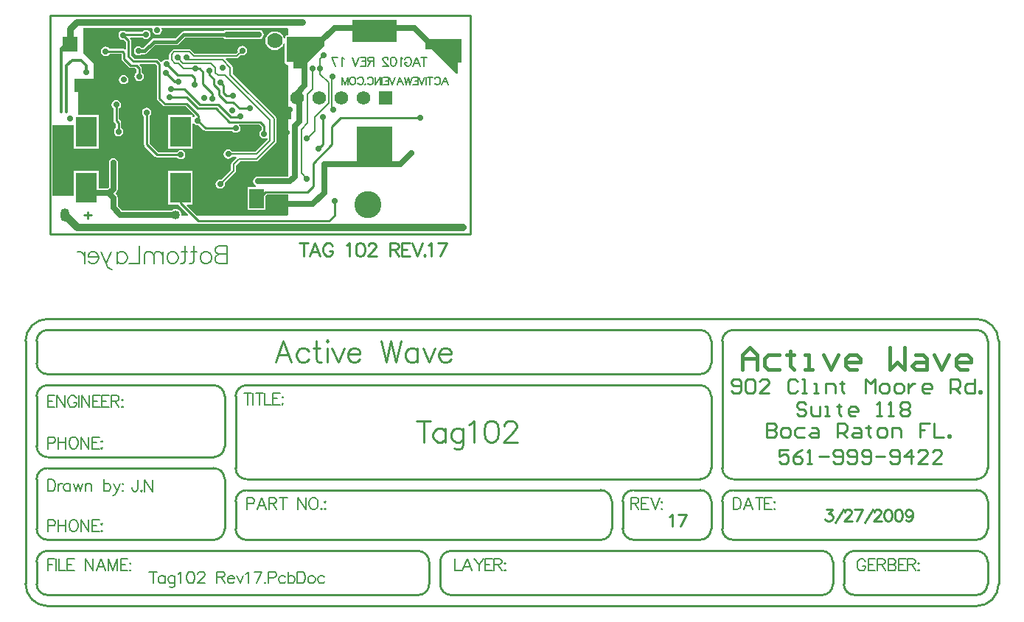
<source format=gbl>
%FSLAX23Y23*%
%MOIN*%
G70*
G01*
G75*
G04 Layer_Physical_Order=2*
G04 Layer_Color=16711680*
%ADD10C,0.030*%
%ADD11R,0.030X0.030*%
%ADD12R,0.074X0.045*%
%ADD13C,0.040*%
%ADD14R,0.020X0.050*%
%ADD15O,0.016X0.060*%
%ADD16R,0.024X0.024*%
%ADD17O,0.016X0.060*%
%ADD18R,0.030X0.030*%
%ADD19R,0.024X0.100*%
%ADD20R,0.024X0.090*%
%ADD21R,0.070X0.024*%
%ADD22R,0.090X0.024*%
%ADD23O,0.024X0.080*%
%ADD24R,0.075X0.043*%
%ADD25R,0.014X0.035*%
%ADD26R,0.014X0.035*%
%ADD27R,0.050X0.036*%
%ADD28R,0.036X0.036*%
%ADD29R,0.036X0.036*%
%ADD30R,0.036X0.050*%
%ADD31R,0.063X0.051*%
%ADD32R,0.080X0.060*%
%ADD33C,0.010*%
%ADD34C,0.014*%
%ADD35C,0.006*%
%ADD36C,0.016*%
%ADD37C,0.015*%
%ADD38C,0.025*%
%ADD39C,0.012*%
%ADD40C,0.008*%
%ADD41C,0.020*%
%ADD42C,0.005*%
%ADD43C,0.009*%
%ADD44C,0.062*%
%ADD45R,0.062X0.062*%
%ADD46O,0.040X0.060*%
%ADD47C,0.070*%
%ADD48C,0.122*%
%ADD49C,0.028*%
%ADD50R,0.070X0.070*%
%ADD51R,0.067X0.091*%
%ADD52C,0.020*%
%ADD53R,0.200X0.100*%
%ADD54R,0.160X0.180*%
%ADD55R,0.098X0.138*%
%ADD56C,0.032*%
G36*
X-613Y41D02*
X-714Y-60D01*
X-755D01*
Y-31D01*
X-782D01*
Y82D01*
X-613D01*
Y41D01*
D02*
G37*
G36*
X7Y-34D02*
X-9D01*
Y-85D01*
X-17D01*
X-127Y25D01*
X-158D01*
Y72D01*
X7D01*
Y-34D01*
D02*
G37*
G36*
X-778Y120D02*
X-778Y89D01*
X-782D01*
X-785Y89D01*
X-787Y87D01*
X-789Y85D01*
X-789Y82D01*
Y80D01*
X-791Y76D01*
X-792Y74D01*
X-797Y74D01*
X-797Y75D01*
X-801Y85D01*
X-808Y94D01*
X-817Y101D01*
X-827Y105D01*
X-838Y106D01*
X-849Y105D01*
X-859Y101D01*
X-868Y94D01*
X-875Y85D01*
X-879Y75D01*
X-880Y64D01*
X-879Y53D01*
X-875Y43D01*
X-868Y34D01*
X-859Y27D01*
X-849Y23D01*
X-838Y22D01*
X-827Y23D01*
X-817Y27D01*
X-808Y34D01*
X-801Y43D01*
X-797Y53D01*
X-792Y52D01*
Y-34D01*
X-792Y-34D01*
X-792D01*
X-791Y-38D01*
X-789Y-42D01*
X-785Y-44D01*
X-781Y-45D01*
X-778Y-48D01*
X-778Y-234D01*
X-763D01*
Y-290D01*
X-778D01*
X-778Y-550D01*
X-782Y-553D01*
X-907D01*
X-915Y-552D01*
X-923Y-553D01*
X-930Y-558D01*
X-935Y-565D01*
X-936Y-573D01*
X-935Y-581D01*
X-930Y-588D01*
X-923Y-593D01*
X-924Y-598D01*
X-959D01*
Y-702D01*
X-879D01*
Y-637D01*
X-874Y-632D01*
X-778D01*
X-778Y-724D01*
X-782Y-728D01*
X-1190D01*
X-1236Y-681D01*
X-1235Y-677D01*
X-1209D01*
Y-525D01*
X-1321D01*
Y-677D01*
X-1275D01*
X-1274Y-679D01*
X-1229Y-723D01*
X-1231Y-728D01*
X-1256D01*
X-1260Y-724D01*
X-1260Y-724D01*
X-1261Y-717D01*
X-1263Y-710D01*
X-1268Y-705D01*
X-1273Y-700D01*
X-1280Y-698D01*
X-1287Y-697D01*
X-1294Y-698D01*
X-1301Y-700D01*
X-1305Y-704D01*
X-1528D01*
X-1547Y-685D01*
Y-647D01*
X-1549Y-639D01*
X-1553Y-633D01*
X-1559Y-627D01*
X-1553Y-621D01*
X-1549Y-615D01*
X-1547Y-607D01*
Y-497D01*
X-1546Y-489D01*
X-1547Y-481D01*
X-1552Y-474D01*
X-1559Y-469D01*
X-1567Y-468D01*
X-1575Y-469D01*
X-1582Y-474D01*
X-1587Y-481D01*
X-1588Y-489D01*
X-1587Y-497D01*
Y-599D01*
X-1594Y-606D01*
X-1634D01*
Y-525D01*
X-1746D01*
Y-639D01*
X-1842D01*
Y-319D01*
X-1746D01*
Y-425D01*
X-1634D01*
Y-273D01*
X-1728D01*
Y-169D01*
X-1743D01*
Y-109D01*
X-1658D01*
Y-39D01*
X-1703Y6D01*
X-1703Y123D01*
X-1392D01*
X-1389Y119D01*
X-1390Y113D01*
X-1389Y105D01*
X-1384Y98D01*
X-1377Y93D01*
X-1369Y92D01*
X-1361Y93D01*
X-1354Y98D01*
X-1349Y105D01*
X-1348Y113D01*
X-1349Y121D01*
X-1348Y123D01*
X-782D01*
X-778Y120D01*
D02*
G37*
%LPC*%
G36*
X-1555Y-205D02*
X-1563Y-206D01*
X-1570Y-211D01*
X-1575Y-218D01*
X-1576Y-226D01*
X-1575Y-234D01*
X-1570Y-241D01*
X-1567Y-243D01*
Y-297D01*
X-1566Y-302D01*
X-1564Y-306D01*
X-1556Y-313D01*
Y-331D01*
X-1559Y-333D01*
X-1564Y-340D01*
X-1565Y-348D01*
X-1564Y-356D01*
X-1559Y-363D01*
X-1552Y-368D01*
X-1544Y-369D01*
X-1536Y-368D01*
X-1529Y-363D01*
X-1524Y-356D01*
X-1523Y-348D01*
X-1524Y-340D01*
X-1529Y-333D01*
X-1532Y-331D01*
Y-308D01*
X-1533Y-303D01*
X-1535Y-299D01*
X-1543Y-292D01*
Y-243D01*
X-1540Y-241D01*
X-1535Y-234D01*
X-1534Y-226D01*
X-1535Y-218D01*
X-1540Y-211D01*
X-1547Y-206D01*
X-1555Y-205D01*
D02*
G37*
G36*
X-1417Y-239D02*
X-1425Y-240D01*
X-1432Y-245D01*
X-1437Y-252D01*
X-1438Y-260D01*
X-1437Y-268D01*
X-1432Y-275D01*
X-1429Y-277D01*
Y-405D01*
X-1428Y-410D01*
X-1426Y-414D01*
X-1379Y-461D01*
X-1375Y-463D01*
X-1370Y-464D01*
X-1280D01*
X-1278Y-467D01*
X-1271Y-472D01*
X-1263Y-473D01*
X-1255Y-472D01*
X-1248Y-467D01*
X-1243Y-460D01*
X-1242Y-452D01*
X-1243Y-444D01*
X-1248Y-437D01*
X-1255Y-432D01*
X-1263Y-431D01*
X-1271Y-432D01*
X-1278Y-437D01*
X-1280Y-440D01*
X-1365D01*
X-1405Y-400D01*
Y-277D01*
X-1402Y-275D01*
X-1397Y-268D01*
X-1396Y-260D01*
X-1397Y-252D01*
X-1402Y-245D01*
X-1409Y-240D01*
X-1417Y-239D01*
D02*
G37*
G36*
X-1521Y-91D02*
X-1529Y-92D01*
X-1536Y-97D01*
X-1541Y-104D01*
X-1542Y-112D01*
X-1541Y-120D01*
X-1536Y-127D01*
X-1529Y-132D01*
X-1521Y-133D01*
X-1513Y-132D01*
X-1506Y-127D01*
X-1501Y-120D01*
X-1500Y-112D01*
X-1501Y-104D01*
X-1506Y-97D01*
X-1513Y-92D01*
X-1521Y-91D01*
D02*
G37*
G36*
X-1420Y113D02*
X-1428Y112D01*
X-1435Y107D01*
X-1437Y104D01*
X-1509D01*
X-1516Y109D01*
X-1524Y110D01*
X-1532Y109D01*
X-1539Y104D01*
X-1544Y97D01*
X-1545Y89D01*
X-1544Y81D01*
X-1539Y74D01*
X-1532Y69D01*
X-1524Y68D01*
X-1521Y68D01*
X-1511Y59D01*
Y25D01*
X-1516Y23D01*
X-1517Y25D01*
X-1521Y27D01*
X-1526Y28D01*
X-1585D01*
X-1587Y31D01*
X-1594Y36D01*
X-1602Y37D01*
X-1610Y36D01*
X-1617Y31D01*
X-1622Y24D01*
X-1623Y16D01*
X-1622Y8D01*
X-1617Y1D01*
X-1610Y-4D01*
X-1602Y-5D01*
X-1594Y-4D01*
X-1587Y1D01*
X-1585Y4D01*
X-1531D01*
Y-17D01*
X-1530Y-22D01*
X-1528Y-26D01*
X-1498Y-56D01*
X-1494Y-58D01*
X-1489Y-59D01*
X-1470D01*
X-1463Y-66D01*
Y-81D01*
X-1466Y-83D01*
X-1471Y-90D01*
X-1472Y-98D01*
X-1471Y-106D01*
X-1466Y-113D01*
X-1459Y-118D01*
X-1451Y-119D01*
X-1443Y-118D01*
X-1436Y-113D01*
X-1431Y-106D01*
X-1430Y-98D01*
X-1431Y-90D01*
X-1436Y-83D01*
X-1439Y-81D01*
Y-61D01*
X-1440Y-56D01*
X-1442Y-52D01*
X-1449Y-46D01*
X-1447Y-41D01*
X-1378D01*
X-1371Y-48D01*
Y-197D01*
X-1370Y-202D01*
X-1368Y-206D01*
X-1344Y-230D01*
X-1340Y-232D01*
X-1335Y-233D01*
X-1241D01*
X-1199Y-275D01*
X-1200Y-280D01*
X-1202Y-282D01*
X-1204Y-285D01*
X-1209Y-283D01*
Y-273D01*
X-1321D01*
Y-425D01*
X-1209D01*
Y-311D01*
X-1204Y-309D01*
X-1202Y-312D01*
X-1195Y-317D01*
X-1187Y-318D01*
X-1183Y-318D01*
X-1160Y-341D01*
X-1156Y-343D01*
X-1151Y-344D01*
X-1031D01*
X-1029Y-347D01*
X-1022Y-352D01*
X-1014Y-353D01*
X-1006Y-352D01*
X-999Y-347D01*
X-994Y-340D01*
X-993Y-332D01*
X-994Y-324D01*
X-999Y-317D01*
X-999Y-316D01*
X-908D01*
X-898Y-326D01*
Y-340D01*
X-901Y-342D01*
X-906Y-349D01*
X-907Y-357D01*
X-906Y-365D01*
X-901Y-372D01*
X-894Y-377D01*
X-886Y-378D01*
X-878Y-377D01*
X-875Y-375D01*
X-870Y-377D01*
Y-382D01*
X-926Y-438D01*
X-1030D01*
X-1033Y-434D01*
X-1040Y-429D01*
X-1048Y-428D01*
X-1056Y-429D01*
X-1063Y-434D01*
X-1068Y-441D01*
X-1069Y-449D01*
X-1068Y-457D01*
X-1063Y-464D01*
X-1056Y-469D01*
X-1048Y-470D01*
X-1040Y-469D01*
X-1033Y-464D01*
X-1030Y-460D01*
X-1013D01*
X-1011Y-465D01*
X-1033Y-487D01*
X-1035Y-491D01*
X-1036Y-495D01*
X-1036Y-495D01*
Y-520D01*
X-1080Y-565D01*
X-1085Y-564D01*
X-1093Y-565D01*
X-1100Y-570D01*
X-1105Y-577D01*
X-1106Y-585D01*
X-1105Y-593D01*
X-1100Y-600D01*
X-1093Y-605D01*
X-1085Y-606D01*
X-1077Y-605D01*
X-1070Y-600D01*
X-1065Y-593D01*
X-1064Y-585D01*
X-1065Y-580D01*
X-1017Y-533D01*
X-1017Y-533D01*
X-1015Y-529D01*
X-1014Y-525D01*
X-1014Y-525D01*
Y-500D01*
X-995Y-481D01*
X-921D01*
X-920Y-482D01*
X-915Y-481D01*
X-912Y-478D01*
X-833Y-400D01*
X-833Y-400D01*
X-831Y-396D01*
X-830Y-392D01*
Y-289D01*
X-830Y-289D01*
X-831Y-284D01*
X-833Y-281D01*
X-833Y-281D01*
X-1028Y-86D01*
Y-57D01*
X-1028Y-57D01*
X-1029Y-53D01*
X-1029D01*
D01*
D01*
X-1029Y-53D01*
D01*
D01*
D01*
D01*
X-1029Y-53D01*
D01*
D01*
Y-53D01*
D01*
X-1029D01*
D01*
D01*
X-1029D01*
D01*
D01*
X-1031Y-49D01*
X-1031Y-49D01*
X-1059Y-21D01*
X-1057Y-16D01*
X-1010D01*
X-1010Y-16D01*
X-1006Y-15D01*
X-1002Y-13D01*
X-990Y-0D01*
X-985Y-1D01*
X-977Y0D01*
X-970Y5D01*
X-965Y12D01*
X-964Y20D01*
X-965Y28D01*
X-970Y35D01*
X-977Y40D01*
X-985Y41D01*
X-993Y40D01*
X-1000Y35D01*
X-1005Y28D01*
X-1006Y20D01*
X-1005Y15D01*
X-1015Y6D01*
X-1200D01*
X-1217Y23D01*
X-1221Y25D01*
X-1225Y26D01*
X-1225Y26D01*
X-1292D01*
X-1292Y26D01*
X-1296Y25D01*
X-1300Y23D01*
X-1300Y23D01*
X-1313Y10D01*
X-1315Y6D01*
X-1316Y2D01*
X-1316Y2D01*
Y-18D01*
X-1320Y-21D01*
X-1327Y-20D01*
X-1335Y-21D01*
X-1342Y-26D01*
X-1347Y-33D01*
X-1347Y-33D01*
X-1353Y-32D01*
X-1364Y-20D01*
X-1368Y-18D01*
X-1373Y-17D01*
X-1472D01*
X-1487Y-2D01*
Y64D01*
X-1488Y69D01*
X-1490Y73D01*
X-1490Y73D01*
D01*
D01*
D01*
D01*
X-1490Y73D01*
X-1490D01*
X-1493Y75D01*
X-1491Y80D01*
X-1437D01*
X-1435Y77D01*
X-1428Y72D01*
X-1420Y71D01*
X-1412Y72D01*
X-1405Y77D01*
X-1400Y84D01*
X-1399Y92D01*
X-1400Y100D01*
X-1405Y107D01*
X-1412Y112D01*
X-1420Y113D01*
D02*
G37*
G36*
X-909D02*
X-917Y112D01*
X-1046D01*
X-1054Y113D01*
X-1062Y112D01*
X-1069Y107D01*
X-1069Y107D01*
X-1250D01*
X-1255Y106D01*
X-1256Y106D01*
X-1260Y102D01*
X-1288Y75D01*
X-1385D01*
X-1391Y74D01*
X-1395Y70D01*
X-1433Y33D01*
X-1439D01*
X-1439Y33D01*
X-1446Y38D01*
X-1454Y39D01*
X-1462Y38D01*
X-1469Y33D01*
X-1474Y26D01*
X-1475Y18D01*
X-1474Y10D01*
X-1469Y3D01*
X-1462Y-2D01*
X-1454Y-3D01*
X-1446Y-2D01*
X-1439Y3D01*
X-1439Y3D01*
X-1427D01*
X-1421Y4D01*
X-1417Y8D01*
X-1379Y45D01*
X-1282D01*
X-1276Y46D01*
X-1272Y50D01*
X-1244Y77D01*
X-1069D01*
X-1069Y77D01*
X-1062Y72D01*
X-1054Y71D01*
X-1046Y72D01*
X-917D01*
X-909Y71D01*
X-901Y72D01*
X-894Y77D01*
X-889Y84D01*
X-888Y92D01*
X-889Y100D01*
X-894Y107D01*
X-901Y112D01*
X-909Y113D01*
D02*
G37*
%LPD*%
D10*
X-1734Y150D02*
X-714D01*
X-1765Y119D02*
X-1734Y150D01*
X-1765Y49D02*
Y119D01*
D13*
X-1287Y-724D02*
D03*
D33*
X-914Y-655D02*
X-879Y-620D01*
X-919Y-660D02*
X-914Y-655D01*
X-1183Y-297D02*
Y-274D01*
Y-300D02*
Y-297D01*
X-1524Y92D02*
X-1420D01*
X-541Y-285D02*
X-180D01*
X-580Y-405D02*
Y-324D01*
X-665Y-490D02*
X-580Y-405D01*
Y-324D02*
X-541Y-285D01*
X-690Y-620D02*
X-665Y-595D01*
X-621Y-404D02*
Y-280D01*
X-641Y-424D02*
X-621Y-404D01*
X-1330Y-80D02*
X-1290Y-120D01*
X-1275D01*
X-1070Y-173D02*
Y-139D01*
Y-173D02*
X-1057Y-186D01*
X-1027D01*
X-1085Y-124D02*
X-1070Y-139D01*
X-1417Y-405D02*
Y-260D01*
Y-405D02*
X-1370Y-452D01*
X-1263D01*
X-1555Y-297D02*
Y-226D01*
Y-297D02*
X-1544Y-308D01*
Y-348D02*
Y-308D01*
X-1477Y-29D02*
X-1373D01*
X-1359Y-43D01*
X-1499Y-7D02*
X-1477Y-29D01*
X-1499Y-7D02*
Y64D01*
X-1524Y89D02*
X-1499Y64D01*
X-1519Y-17D02*
Y9D01*
X-1526Y16D02*
X-1519Y9D01*
X-1602Y16D02*
X-1526D01*
X-1465Y-47D02*
X-1451Y-61D01*
X-1519Y-17D02*
X-1489Y-47D01*
X-1465D01*
X-1451Y-98D02*
Y-61D01*
X-1183Y-300D02*
X-1151Y-332D01*
X-1014D01*
X-1090Y-182D02*
X-1058Y-214D01*
X-1278Y-11D02*
X-1278D01*
X-1001Y-283D02*
X-995Y-277D01*
X-903Y-304D02*
X-886Y-321D01*
Y-357D02*
Y-321D01*
X-1112Y-136D02*
X-1090Y-158D01*
X-1112Y-136D02*
Y-111D01*
X-1135Y-88D02*
Y-70D01*
Y-88D02*
X-1112Y-111D01*
X-1090Y-182D02*
Y-158D01*
X-1058Y-214D02*
X-1027D01*
X-998Y-243D02*
X-951D01*
X-1027Y-214D02*
X-998Y-243D01*
X-1196Y-63D02*
X-1178D01*
X-1162Y-79D01*
X-1213Y-92D02*
X-1201Y-104D01*
Y-136D02*
Y-104D01*
X-1308Y-156D02*
X-1247D01*
X-1178Y-225D02*
X-1095D01*
X-1037Y-283D01*
X-1001D01*
X-1247Y-156D02*
X-1178Y-225D01*
X-1315Y-193D02*
X-1237D01*
X-1187Y-243D01*
X-1105D01*
X-1044Y-304D02*
X-903D01*
X-1105Y-243D02*
X-1044Y-304D01*
X-1335Y-221D02*
X-1236D01*
X-1183Y-274D01*
X-1359Y-197D02*
X-1335Y-221D01*
X-1359Y-197D02*
Y-44D01*
X-1183Y-752D02*
X-592D01*
X-567Y-727D01*
Y-662D01*
X-1683Y-742D02*
Y-710D01*
X-1699Y-726D02*
X-1667D01*
X-1265Y-670D02*
Y-601D01*
Y-670D02*
X-1183Y-752D01*
X-1327Y-41D02*
X-1276Y-92D01*
X-1213D01*
X-1162Y-132D02*
X-1119Y-175D01*
Y-197D02*
Y-175D01*
X-1162Y-132D02*
Y-79D01*
X-665Y-595D02*
Y-490D01*
X-879Y-620D02*
X-690D01*
X-1854Y-811D02*
Y178D01*
Y-811D02*
X48D01*
X-1854Y178D02*
X48D01*
Y-811D02*
Y178D01*
X-706Y-852D02*
Y-912D01*
X-726Y-852D02*
X-686D01*
X-633Y-912D02*
X-656Y-852D01*
X-679Y-912D01*
X-670Y-892D02*
X-642D01*
X-576Y-866D02*
X-579Y-861D01*
X-585Y-855D01*
X-591Y-852D01*
X-602D01*
X-608Y-855D01*
X-613Y-861D01*
X-616Y-866D01*
X-619Y-875D01*
Y-889D01*
X-616Y-898D01*
X-613Y-903D01*
X-608Y-909D01*
X-602Y-912D01*
X-591D01*
X-585Y-909D01*
X-579Y-903D01*
X-576Y-898D01*
Y-889D01*
X-591D02*
X-576D01*
X-515Y-863D02*
X-510Y-861D01*
X-501Y-852D01*
Y-912D01*
X-454Y-852D02*
X-463Y-855D01*
X-469Y-863D01*
X-471Y-878D01*
Y-886D01*
X-469Y-901D01*
X-463Y-909D01*
X-454Y-912D01*
X-449D01*
X-440Y-909D01*
X-434Y-901D01*
X-431Y-886D01*
Y-878D01*
X-434Y-863D01*
X-440Y-855D01*
X-449Y-852D01*
X-454D01*
X-415Y-866D02*
Y-863D01*
X-412Y-858D01*
X-409Y-855D01*
X-404Y-852D01*
X-392D01*
X-387Y-855D01*
X-384Y-858D01*
X-381Y-863D01*
Y-869D01*
X-384Y-875D01*
X-390Y-883D01*
X-418Y-912D01*
X-378D01*
X-318Y-852D02*
Y-912D01*
Y-852D02*
X-292D01*
X-283Y-855D01*
X-280Y-858D01*
X-278Y-863D01*
Y-869D01*
X-280Y-875D01*
X-283Y-878D01*
X-292Y-881D01*
X-318D01*
X-298D02*
X-278Y-912D01*
X-227Y-852D02*
X-264D01*
Y-912D01*
X-227D01*
X-264Y-881D02*
X-241D01*
X-217Y-852D02*
X-194Y-912D01*
X-171Y-852D02*
X-194Y-912D01*
X-161Y-906D02*
X-164Y-909D01*
X-161Y-912D01*
X-158Y-909D01*
X-161Y-906D01*
X-145Y-863D02*
X-139Y-861D01*
X-130Y-852D01*
Y-912D01*
X-61Y-852D02*
X-89Y-912D01*
X-101Y-852D02*
X-61D01*
X2385Y-2020D02*
G03*
X2336Y-1971I-49J0D01*
G01*
X1235D02*
G03*
X1185Y-2021I0J-50D01*
G01*
X2335Y-1921D02*
G03*
X2385Y-1871I0J50D01*
G01*
X1185D02*
G03*
X1235Y-1921I50J0D01*
G01*
X-1865Y-1196D02*
G03*
X-1965Y-1296I0J-100D01*
G01*
Y-2395D02*
G03*
X-1866Y-2496I101J0D01*
G01*
X2335Y-2496D02*
G03*
X2435Y-2396I0J100D01*
G01*
Y-1296D02*
G03*
X2335Y-1196I-100J0D01*
G01*
X2385Y-1295D02*
G03*
X2334Y-1246I-49J0D01*
G01*
X2335Y-2196D02*
G03*
X2385Y-2146I0J50D01*
G01*
X2385Y-2295D02*
G03*
X2335Y-2246I-50J-1D01*
G01*
Y-2446D02*
G03*
X2385Y-2396I0J50D01*
G01*
X1085Y-2196D02*
G03*
X1135Y-2146I0J50D01*
G01*
X1185Y-2147D02*
G03*
X1235Y-2196I49J0D01*
G01*
X1135Y-2020D02*
G03*
X1086Y-1971I-49J0D01*
G01*
X-1915Y-2396D02*
G03*
X-1866Y-2446I50J0D01*
G01*
X1086Y-1921D02*
G03*
X1135Y-1871I-1J50D01*
G01*
X-1865Y-2246D02*
G03*
X-1915Y-2296I0J-50D01*
G01*
X1135Y-1546D02*
G03*
X1085Y-1496I-50J0D01*
G01*
Y-1446D02*
G03*
X1135Y-1396I0J50D01*
G01*
X1235Y-1246D02*
G03*
X1185Y-1296I0J-50D01*
G01*
X1135D02*
G03*
X1085Y-1246I-50J0D01*
G01*
X-1865D02*
G03*
X-1915Y-1296I0J-50D01*
G01*
Y-1396D02*
G03*
X-1865Y-1446I50J0D01*
G01*
Y-1496D02*
G03*
X-1915Y-1546I0J-50D01*
G01*
Y-1771D02*
G03*
X-1865Y-1821I50J0D01*
G01*
Y-1871D02*
G03*
X-1915Y-1921I0J-50D01*
G01*
Y-2146D02*
G03*
X-1866Y-2196I50J0D01*
G01*
X-965Y-1496D02*
G03*
X-1015Y-1546I0J-50D01*
G01*
X-965Y-1971D02*
G03*
X-1015Y-2021I0J-50D01*
G01*
X783Y-1971D02*
G03*
X735Y-2022I0J-48D01*
G01*
X735Y-2145D02*
G03*
X785Y-2196I51J0D01*
G01*
X636Y-2196D02*
G03*
X685Y-2146I0J49D01*
G01*
X685Y-2020D02*
G03*
X636Y-1971I-49J0D01*
G01*
X-1114Y-2196D02*
G03*
X-1065Y-2147I0J49D01*
G01*
X-1015D02*
G03*
X-966Y-2196I49J0D01*
G01*
X-1015Y-1872D02*
G03*
X-966Y-1921I49J0D01*
G01*
X-1065Y-1920D02*
G03*
X-1116Y-1871I-49J0D01*
G01*
X-1113Y-1821D02*
G03*
X-1065Y-1773I0J48D01*
G01*
Y-1545D02*
G03*
X-1114Y-1496I-49J0D01*
G01*
X1785Y-2246D02*
G03*
X1735Y-2296I0J-50D01*
G01*
Y-2397D02*
G03*
X1785Y-2446I49J0D01*
G01*
X1636Y-2446D02*
G03*
X1685Y-2397I1J48D01*
G01*
X1685Y-2296D02*
G03*
X1635Y-2246I-50J0D01*
G01*
X-90Y-2396D02*
G03*
X-41Y-2446I50J0D01*
G01*
X-40Y-2246D02*
G03*
X-90Y-2296I0J-50D01*
G01*
X-189Y-2446D02*
G03*
X-140Y-2397I1J48D01*
G01*
X-140Y-2296D02*
G03*
X-190Y-2246I-50J0D01*
G01*
X2385Y-2146D02*
Y-2020D01*
X1185Y-2146D02*
Y-2021D01*
X2385Y-1871D02*
Y-1296D01*
X1185Y-1871D02*
Y-1296D01*
X-1965Y-2396D02*
Y-1296D01*
X-1915Y-2396D02*
Y-2296D01*
X2385Y-2396D02*
Y-2296D01*
X1135Y-2146D02*
Y-2021D01*
X735Y-2146D02*
Y-2021D01*
X-1015Y-2146D02*
Y-2021D01*
X685Y-2146D02*
Y-2021D01*
X-1015Y-1871D02*
Y-1546D01*
X1135Y-1871D02*
Y-1546D01*
Y-1396D02*
Y-1296D01*
X-1915Y-1396D02*
Y-1296D01*
X-1065Y-1771D02*
Y-1546D01*
X-1915Y-1771D02*
Y-1546D01*
X-1065Y-2146D02*
Y-1921D01*
X-1915Y-2146D02*
Y-1921D01*
X2435Y-2396D02*
Y-1296D01*
X1735Y-2396D02*
Y-2296D01*
X1685Y-2396D02*
Y-2296D01*
X-90Y-2396D02*
Y-2296D01*
X-140Y-2396D02*
Y-2296D01*
X1235Y-1971D02*
X2335D01*
X1235Y-1921D02*
X2335D01*
X-965D02*
X1085D01*
X1235Y-1246D02*
X2335D01*
X1235Y-2196D02*
X2335D01*
X785Y-1971D02*
X1085D01*
X785Y-2196D02*
X1085D01*
X-965D02*
X635D01*
X-965Y-1971D02*
X635D01*
X-965Y-1496D02*
X1085D01*
X-1865Y-1446D02*
X1085D01*
X-1865Y-1496D02*
X-1115D01*
X-1865Y-1821D02*
X-1115D01*
X-1865Y-1871D02*
X-1115D01*
X-1865Y-2196D02*
X-1115D01*
X-1865Y-1196D02*
X2335D01*
X-1865Y-2496D02*
X2335D01*
X-1865Y-1246D02*
X1085D01*
X1785Y-2246D02*
X2335D01*
X1785Y-2446D02*
X2335D01*
X-40Y-2246D02*
X1635D01*
X-1865D02*
X-190D01*
X-1865Y-2446D02*
X-190D01*
X-40D02*
X1635D01*
X1564Y-1583D02*
X1554Y-1572D01*
X1532D01*
X1522Y-1583D01*
Y-1593D01*
X1532Y-1604D01*
X1554D01*
X1564Y-1615D01*
Y-1625D01*
X1554Y-1636D01*
X1532D01*
X1522Y-1625D01*
X1586Y-1593D02*
Y-1625D01*
X1596Y-1636D01*
X1628D01*
Y-1593D01*
X1649Y-1636D02*
X1671D01*
X1660D01*
Y-1593D01*
X1649D01*
X1713Y-1583D02*
Y-1593D01*
X1703D01*
X1724D01*
X1713D01*
Y-1625D01*
X1724Y-1636D01*
X1788D02*
X1767D01*
X1756Y-1625D01*
Y-1604D01*
X1767Y-1593D01*
X1788D01*
X1799Y-1604D01*
Y-1615D01*
X1756D01*
X1884Y-1636D02*
X1905D01*
X1895D01*
Y-1572D01*
X1884Y-1583D01*
X1937Y-1636D02*
X1959D01*
X1948D01*
Y-1572D01*
X1937Y-1583D01*
X1991D02*
X2001Y-1572D01*
X2023D01*
X2033Y-1583D01*
Y-1593D01*
X2023Y-1604D01*
X2033Y-1615D01*
Y-1625D01*
X2023Y-1636D01*
X2001D01*
X1991Y-1625D01*
Y-1615D01*
X2001Y-1604D01*
X1991Y-1593D01*
Y-1583D01*
X2001Y-1604D02*
X2023D01*
X1484Y-1787D02*
X1442D01*
Y-1819D01*
X1463Y-1808D01*
X1474D01*
X1484Y-1819D01*
Y-1840D01*
X1474Y-1851D01*
X1452D01*
X1442Y-1840D01*
X1548Y-1787D02*
X1527Y-1798D01*
X1506Y-1819D01*
Y-1840D01*
X1516Y-1851D01*
X1537D01*
X1548Y-1840D01*
Y-1830D01*
X1537Y-1819D01*
X1506D01*
X1569Y-1851D02*
X1591D01*
X1580D01*
Y-1787D01*
X1569Y-1798D01*
X1623Y-1819D02*
X1665D01*
X1687Y-1840D02*
X1697Y-1851D01*
X1719D01*
X1729Y-1840D01*
Y-1798D01*
X1719Y-1787D01*
X1697D01*
X1687Y-1798D01*
Y-1808D01*
X1697Y-1819D01*
X1729D01*
X1751Y-1840D02*
X1761Y-1851D01*
X1783D01*
X1793Y-1840D01*
Y-1798D01*
X1783Y-1787D01*
X1761D01*
X1751Y-1798D01*
Y-1808D01*
X1761Y-1819D01*
X1793D01*
X1815Y-1840D02*
X1825Y-1851D01*
X1847D01*
X1857Y-1840D01*
Y-1798D01*
X1847Y-1787D01*
X1825D01*
X1815Y-1798D01*
Y-1808D01*
X1825Y-1819D01*
X1857D01*
X1879D02*
X1921D01*
X1943Y-1840D02*
X1953Y-1851D01*
X1975D01*
X1985Y-1840D01*
Y-1798D01*
X1975Y-1787D01*
X1953D01*
X1943Y-1798D01*
Y-1808D01*
X1953Y-1819D01*
X1985D01*
X2039Y-1851D02*
Y-1787D01*
X2007Y-1819D01*
X2049D01*
X2113Y-1851D02*
X2071D01*
X2113Y-1808D01*
Y-1798D01*
X2103Y-1787D01*
X2081D01*
X2071Y-1798D01*
X2177Y-1851D02*
X2135D01*
X2177Y-1808D01*
Y-1798D01*
X2167Y-1787D01*
X2145D01*
X2135Y-1798D01*
X1227Y-1520D02*
X1237Y-1531D01*
X1259D01*
X1269Y-1520D01*
Y-1478D01*
X1259Y-1467D01*
X1237D01*
X1227Y-1478D01*
Y-1488D01*
X1237Y-1499D01*
X1269D01*
X1291Y-1478D02*
X1301Y-1467D01*
X1322D01*
X1333Y-1478D01*
Y-1520D01*
X1322Y-1531D01*
X1301D01*
X1291Y-1520D01*
Y-1478D01*
X1397Y-1531D02*
X1354D01*
X1397Y-1488D01*
Y-1478D01*
X1386Y-1467D01*
X1365D01*
X1354Y-1478D01*
X1525D02*
X1514Y-1467D01*
X1493D01*
X1482Y-1478D01*
Y-1520D01*
X1493Y-1531D01*
X1514D01*
X1525Y-1520D01*
X1546Y-1531D02*
X1568D01*
X1557D01*
Y-1467D01*
X1546D01*
X1600Y-1531D02*
X1621D01*
X1610D01*
Y-1488D01*
X1600D01*
X1653Y-1531D02*
Y-1488D01*
X1685D01*
X1696Y-1499D01*
Y-1531D01*
X1728Y-1478D02*
Y-1488D01*
X1717D01*
X1738D01*
X1728D01*
Y-1520D01*
X1738Y-1531D01*
X1834D02*
Y-1467D01*
X1856Y-1488D01*
X1877Y-1467D01*
Y-1531D01*
X1909D02*
X1930D01*
X1941Y-1520D01*
Y-1499D01*
X1930Y-1488D01*
X1909D01*
X1898Y-1499D01*
Y-1520D01*
X1909Y-1531D01*
X1973D02*
X1994D01*
X2005Y-1520D01*
Y-1499D01*
X1994Y-1488D01*
X1973D01*
X1962Y-1499D01*
Y-1520D01*
X1973Y-1531D01*
X2026Y-1488D02*
Y-1531D01*
Y-1510D01*
X2037Y-1499D01*
X2048Y-1488D01*
X2058D01*
X2122Y-1531D02*
X2101D01*
X2090Y-1520D01*
Y-1499D01*
X2101Y-1488D01*
X2122D01*
X2133Y-1499D01*
Y-1510D01*
X2090D01*
X2218Y-1531D02*
Y-1467D01*
X2250D01*
X2261Y-1478D01*
Y-1499D01*
X2250Y-1510D01*
X2218D01*
X2240D02*
X2261Y-1531D01*
X2325Y-1467D02*
Y-1531D01*
X2293D01*
X2282Y-1520D01*
Y-1499D01*
X2293Y-1488D01*
X2325D01*
X2346Y-1531D02*
Y-1520D01*
X2357D01*
Y-1531D01*
X2346D01*
X1387Y-1667D02*
Y-1731D01*
X1419D01*
X1429Y-1720D01*
Y-1710D01*
X1419Y-1699D01*
X1387D01*
X1419D01*
X1429Y-1688D01*
Y-1678D01*
X1419Y-1667D01*
X1387D01*
X1461Y-1731D02*
X1482D01*
X1493Y-1720D01*
Y-1699D01*
X1482Y-1688D01*
X1461D01*
X1451Y-1699D01*
Y-1720D01*
X1461Y-1731D01*
X1557Y-1688D02*
X1525D01*
X1514Y-1699D01*
Y-1720D01*
X1525Y-1731D01*
X1557D01*
X1589Y-1688D02*
X1610D01*
X1621Y-1699D01*
Y-1731D01*
X1589D01*
X1578Y-1720D01*
X1589Y-1710D01*
X1621D01*
X1706Y-1731D02*
Y-1667D01*
X1738D01*
X1749Y-1678D01*
Y-1699D01*
X1738Y-1710D01*
X1706D01*
X1728D02*
X1749Y-1731D01*
X1781Y-1688D02*
X1802D01*
X1813Y-1699D01*
Y-1731D01*
X1781D01*
X1770Y-1720D01*
X1781Y-1710D01*
X1813D01*
X1845Y-1678D02*
Y-1688D01*
X1834D01*
X1856D01*
X1845D01*
Y-1720D01*
X1856Y-1731D01*
X1898D02*
X1920D01*
X1930Y-1720D01*
Y-1699D01*
X1920Y-1688D01*
X1898D01*
X1888Y-1699D01*
Y-1720D01*
X1898Y-1731D01*
X1952D02*
Y-1688D01*
X1984D01*
X1994Y-1699D01*
Y-1731D01*
X2122Y-1667D02*
X2080D01*
Y-1699D01*
X2101D01*
X2080D01*
Y-1731D01*
X2144Y-1667D02*
Y-1731D01*
X2186D01*
X2208D02*
Y-1720D01*
X2218D01*
Y-1731D01*
X2208D01*
X48Y-811D02*
Y178D01*
X-1854D02*
X48D01*
X-1854Y-811D02*
X48D01*
X-1854D02*
Y178D01*
D34*
X-1689Y-79D02*
Y-48D01*
X-1713Y-24D02*
X-1689Y-48D01*
X-1754Y-24D02*
X-1713D01*
X-1779Y-259D02*
Y-49D01*
X-1754Y-24D01*
X-1802Y-259D02*
Y27D01*
X-1780Y49D01*
X-1765D01*
D35*
X-163Y-10D02*
Y-50D01*
X-150Y-10D02*
X-177D01*
X-212Y-50D02*
X-197Y-10D01*
X-181Y-50D01*
X-187Y-37D02*
X-206D01*
X-250Y-20D02*
X-248Y-16D01*
X-244Y-12D01*
X-240Y-10D01*
X-233D01*
X-229Y-12D01*
X-225Y-16D01*
X-223Y-20D01*
X-221Y-25D01*
Y-35D01*
X-223Y-40D01*
X-225Y-44D01*
X-229Y-48D01*
X-233Y-50D01*
X-240D01*
X-244Y-48D01*
X-248Y-44D01*
X-250Y-40D01*
Y-35D01*
X-240D02*
X-250D01*
X-259Y-18D02*
X-263Y-16D01*
X-268Y-10D01*
Y-50D01*
X-300Y-10D02*
X-294Y-12D01*
X-290Y-18D01*
X-288Y-27D01*
Y-33D01*
X-290Y-42D01*
X-294Y-48D01*
X-300Y-50D01*
X-303D01*
X-309Y-48D01*
X-313Y-42D01*
X-315Y-33D01*
Y-27D01*
X-313Y-18D01*
X-309Y-12D01*
X-303Y-10D01*
X-300D01*
X-326Y-20D02*
Y-18D01*
X-328Y-14D01*
X-330Y-12D01*
X-333Y-10D01*
X-341D01*
X-345Y-12D01*
X-347Y-14D01*
X-349Y-18D01*
Y-21D01*
X-347Y-25D01*
X-343Y-31D01*
X-324Y-50D01*
X-351D01*
X-391Y-10D02*
Y-50D01*
Y-10D02*
X-408D01*
X-414Y-12D01*
X-416Y-14D01*
X-418Y-18D01*
Y-21D01*
X-416Y-25D01*
X-414Y-27D01*
X-408Y-29D01*
X-391D01*
X-404D02*
X-418Y-50D01*
X-451Y-10D02*
X-427D01*
Y-50D01*
X-451D01*
X-427Y-29D02*
X-442D01*
X-458Y-10D02*
X-473Y-50D01*
X-488Y-10D02*
X-473Y-50D01*
X-525Y-18D02*
X-529Y-16D01*
X-534Y-10D01*
Y-50D01*
X-581Y-10D02*
X-562Y-50D01*
X-554Y-10D02*
X-581D01*
X-82Y-135D02*
X-68Y-100D01*
X-55Y-135D01*
X-60Y-123D02*
X-77D01*
X-115Y-108D02*
X-113Y-105D01*
X-110Y-102D01*
X-106Y-100D01*
X-100D01*
X-96Y-102D01*
X-93Y-105D01*
X-91Y-108D01*
X-90Y-113D01*
Y-122D01*
X-91Y-127D01*
X-93Y-130D01*
X-96Y-133D01*
X-100Y-135D01*
X-106D01*
X-110Y-133D01*
X-113Y-130D01*
X-115Y-127D01*
X-136Y-100D02*
Y-135D01*
X-125Y-100D02*
X-148D01*
X-152D02*
Y-135D01*
X-159Y-100D02*
X-173Y-135D01*
X-186Y-100D02*
X-173Y-135D01*
X-212Y-100D02*
X-191D01*
Y-135D01*
X-212D01*
X-191Y-117D02*
X-204D01*
X-218Y-100D02*
X-226Y-135D01*
X-235Y-100D02*
X-226Y-135D01*
X-235Y-100D02*
X-243Y-135D01*
X-251Y-100D02*
X-243Y-135D01*
X-285D02*
X-272Y-100D01*
X-258Y-135D01*
X-263Y-123D02*
X-280D01*
X-293Y-100D02*
X-307Y-135D01*
X-320Y-100D02*
X-307Y-135D01*
X-346Y-100D02*
X-324D01*
Y-135D01*
X-346D01*
X-324Y-117D02*
X-338D01*
X-352Y-100D02*
Y-135D01*
X-359Y-100D02*
Y-135D01*
Y-100D02*
X-383Y-135D01*
Y-100D02*
Y-135D01*
X-417Y-108D02*
X-416Y-105D01*
X-412Y-102D01*
X-409Y-100D01*
X-402D01*
X-399Y-102D01*
X-396Y-105D01*
X-394Y-108D01*
X-392Y-113D01*
Y-122D01*
X-394Y-127D01*
X-396Y-130D01*
X-399Y-133D01*
X-402Y-135D01*
X-409D01*
X-412Y-133D01*
X-416Y-130D01*
X-417Y-127D01*
X-429Y-132D02*
X-427Y-133D01*
X-429Y-135D01*
X-430Y-133D01*
X-429Y-132D01*
X-463Y-108D02*
X-461Y-105D01*
X-458Y-102D01*
X-455Y-100D01*
X-448D01*
X-445Y-102D01*
X-441Y-105D01*
X-440Y-108D01*
X-438Y-113D01*
Y-122D01*
X-440Y-127D01*
X-441Y-130D01*
X-445Y-133D01*
X-448Y-135D01*
X-455D01*
X-458Y-133D01*
X-461Y-130D01*
X-463Y-127D01*
X-483Y-100D02*
X-480Y-102D01*
X-476Y-105D01*
X-475Y-108D01*
X-473Y-113D01*
Y-122D01*
X-475Y-127D01*
X-476Y-130D01*
X-480Y-133D01*
X-483Y-135D01*
X-490D01*
X-493Y-133D01*
X-496Y-130D01*
X-498Y-127D01*
X-500Y-122D01*
Y-113D01*
X-498Y-108D01*
X-496Y-105D01*
X-493Y-102D01*
X-490Y-100D01*
X-483D01*
X-508D02*
Y-135D01*
Y-100D02*
X-521Y-135D01*
X-534Y-100D02*
X-521Y-135D01*
X-534Y-100D02*
Y-135D01*
D37*
X-1385Y60D02*
X-1282D01*
X-1427Y18D02*
X-1385Y60D01*
X-1454Y18D02*
X-1427D01*
X-1282Y60D02*
X-1250Y92D01*
X-1054D01*
X1277Y-1426D02*
Y-1359D01*
X1310Y-1326D01*
X1343Y-1359D01*
Y-1426D01*
Y-1376D01*
X1277D01*
X1443Y-1359D02*
X1393D01*
X1376Y-1376D01*
Y-1409D01*
X1393Y-1426D01*
X1443D01*
X1493Y-1343D02*
Y-1359D01*
X1476D01*
X1510D01*
X1493D01*
Y-1409D01*
X1510Y-1426D01*
X1560D02*
X1593D01*
X1576D01*
Y-1359D01*
X1560D01*
X1643D02*
X1676Y-1426D01*
X1710Y-1359D01*
X1793Y-1426D02*
X1760D01*
X1743Y-1409D01*
Y-1376D01*
X1760Y-1359D01*
X1793D01*
X1810Y-1376D01*
Y-1393D01*
X1743D01*
X1943Y-1326D02*
Y-1426D01*
X1976Y-1393D01*
X2010Y-1426D01*
Y-1326D01*
X2060Y-1359D02*
X2093D01*
X2110Y-1376D01*
Y-1426D01*
X2060D01*
X2043Y-1409D01*
X2060Y-1393D01*
X2110D01*
X2143Y-1359D02*
X2176Y-1426D01*
X2210Y-1359D01*
X2293Y-1426D02*
X2260D01*
X2243Y-1409D01*
Y-1376D01*
X2260Y-1359D01*
X2293D01*
X2310Y-1376D01*
Y-1393D01*
X2243D01*
D38*
X-387Y-495D02*
X-270D01*
X-615D02*
X-387D01*
Y122D02*
X-208D01*
X-568D02*
X-387D01*
X-738Y-174D02*
X-703Y-139D01*
X-738Y-196D02*
Y-174D01*
X-726Y-300D02*
Y-207D01*
X-738Y-196D02*
X-726Y-207D01*
X-747Y-321D02*
X-726Y-300D01*
X-703Y-139D02*
Y-9D01*
X-837Y-676D02*
X-666D01*
X-615Y-625D01*
X-915Y-573D02*
X-770D01*
X-747Y-550D02*
Y-321D01*
X-208Y122D02*
X-143Y57D01*
X-633D02*
X-568Y122D01*
X-1054Y92D02*
X-909D01*
X-1536Y-724D02*
X-1287D01*
X-1567Y-693D02*
X-1536Y-724D01*
X-1586Y-628D02*
X-1567Y-647D01*
X-1586Y-626D02*
X-1567Y-607D01*
Y-693D02*
Y-647D01*
Y-607D02*
Y-489D01*
X-1586Y-628D02*
Y-626D01*
X-1665D02*
X-1586D01*
X-1690Y-601D02*
X-1665Y-626D01*
X-770Y-573D02*
X-747Y-550D01*
X-270Y-495D02*
X-220Y-445D01*
X-615Y-625D02*
Y-495D01*
D40*
X-632Y-60D02*
Y-17D01*
Y-88D02*
Y-60D01*
X-690Y-379D02*
X-657Y-346D01*
X-580Y-100D02*
X-577Y-97D01*
X-595Y-218D02*
Y-125D01*
X-657Y-280D02*
X-595Y-218D01*
X-657Y-346D02*
Y-280D01*
X-690Y-309D02*
Y-178D01*
X-718Y-337D02*
X-690Y-309D01*
X-668Y-156D02*
Y-61D01*
X-690Y-178D02*
X-668Y-156D01*
X-632Y-17D02*
X-618Y-3D01*
X-718Y-535D02*
Y-337D01*
Y-535D02*
X-693Y-560D01*
X-580Y-240D02*
Y-100D01*
Y-240D02*
X-572Y-248D01*
X-632Y-88D02*
X-595Y-125D01*
X-1251Y-63D02*
X-1196D01*
X-1275Y-39D02*
X-1251Y-63D01*
X-1289Y-39D02*
X-1275D01*
X-1305Y-23D02*
X-1289Y-39D01*
X-1305Y-23D02*
Y2D01*
X-1292Y15D01*
X-1278Y-11D02*
X-1252Y-37D01*
X-1128D01*
X-1238Y-11D02*
X-1228Y-21D01*
X-1075D01*
X-1225Y15D02*
X-1205Y-5D01*
X-1292Y15D02*
X-1225D01*
X-1010Y-5D02*
X-985Y20D01*
X-1205Y-5D02*
X-1010D01*
X-1108Y-80D02*
Y-57D01*
Y-80D02*
X-1095Y-93D01*
X-1062D01*
X-859Y-296D01*
Y-387D02*
Y-296D01*
X-921Y-449D02*
X-859Y-387D01*
X-1048Y-449D02*
X-921D01*
X-1128Y-37D02*
X-1108Y-57D01*
X-1075Y-21D02*
X-1039Y-57D01*
Y-91D02*
Y-57D01*
Y-91D02*
X-841Y-289D01*
Y-392D02*
Y-289D01*
X-1000Y-470D02*
X-920D01*
X-1025Y-495D02*
X-1000Y-470D01*
X-1025Y-525D02*
Y-495D01*
X-920Y-470D02*
X-841Y-392D01*
X-1085Y-585D02*
X-1025Y-525D01*
X-1053Y-865D02*
Y-945D01*
Y-865D02*
X-1087D01*
X-1099Y-869D01*
X-1103Y-873D01*
X-1106Y-880D01*
Y-888D01*
X-1103Y-895D01*
X-1099Y-899D01*
X-1087Y-903D01*
X-1053D02*
X-1087D01*
X-1099Y-907D01*
X-1103Y-911D01*
X-1106Y-918D01*
Y-930D01*
X-1103Y-937D01*
X-1099Y-941D01*
X-1087Y-945D01*
X-1053D01*
X-1143Y-892D02*
X-1136Y-895D01*
X-1128Y-903D01*
X-1124Y-915D01*
Y-922D01*
X-1128Y-934D01*
X-1136Y-941D01*
X-1143Y-945D01*
X-1155D01*
X-1162Y-941D01*
X-1170Y-934D01*
X-1174Y-922D01*
Y-915D01*
X-1170Y-903D01*
X-1162Y-895D01*
X-1155Y-892D01*
X-1143D01*
X-1203Y-865D02*
Y-930D01*
X-1206Y-941D01*
X-1214Y-945D01*
X-1222D01*
X-1191Y-892D02*
X-1218D01*
X-1245Y-865D02*
Y-930D01*
X-1248Y-941D01*
X-1256Y-945D01*
X-1264D01*
X-1233Y-892D02*
X-1260D01*
X-1294D02*
X-1286Y-895D01*
X-1279Y-903D01*
X-1275Y-915D01*
Y-922D01*
X-1279Y-934D01*
X-1286Y-941D01*
X-1294Y-945D01*
X-1306D01*
X-1313Y-941D01*
X-1321Y-934D01*
X-1325Y-922D01*
Y-915D01*
X-1321Y-903D01*
X-1313Y-895D01*
X-1306Y-892D01*
X-1294D01*
X-1342D02*
Y-945D01*
Y-907D02*
X-1354Y-895D01*
X-1361Y-892D01*
X-1373D01*
X-1380Y-895D01*
X-1384Y-907D01*
Y-945D01*
Y-907D02*
X-1395Y-895D01*
X-1403Y-892D01*
X-1414D01*
X-1422Y-895D01*
X-1426Y-907D01*
Y-945D01*
X-1451Y-865D02*
Y-945D01*
X-1497D01*
X-1551Y-892D02*
Y-945D01*
Y-903D02*
X-1544Y-895D01*
X-1536Y-892D01*
X-1525D01*
X-1517Y-895D01*
X-1509Y-903D01*
X-1505Y-915D01*
Y-922D01*
X-1509Y-934D01*
X-1517Y-941D01*
X-1525Y-945D01*
X-1536D01*
X-1544Y-941D01*
X-1551Y-934D01*
X-1576Y-892D02*
X-1599Y-945D01*
X-1622Y-892D02*
X-1599Y-945D01*
X-1592Y-960D01*
X-1584Y-968D01*
X-1576Y-972D01*
X-1573D01*
X-1635Y-915D02*
X-1681D01*
Y-907D01*
X-1677Y-899D01*
X-1673Y-895D01*
X-1666Y-892D01*
X-1654D01*
X-1647Y-895D01*
X-1639Y-903D01*
X-1635Y-915D01*
Y-922D01*
X-1639Y-934D01*
X-1647Y-941D01*
X-1654Y-945D01*
X-1666D01*
X-1673Y-941D01*
X-1681Y-934D01*
X-1698Y-892D02*
Y-945D01*
Y-915D02*
X-1702Y-903D01*
X-1710Y-895D01*
X-1717Y-892D01*
X-1729D01*
X-1457Y-1924D02*
Y-1965D01*
X-1459Y-1972D01*
X-1462Y-1975D01*
X-1467Y-1977D01*
X-1472D01*
X-1477Y-1975D01*
X-1480Y-1972D01*
X-1482Y-1965D01*
Y-1959D01*
X-1440Y-1972D02*
X-1443Y-1975D01*
X-1440Y-1977D01*
X-1438Y-1975D01*
X-1440Y-1972D01*
X-1426Y-1924D02*
Y-1977D01*
Y-1924D02*
X-1391Y-1977D01*
Y-1924D02*
Y-1977D01*
D42*
X-1388Y-2340D02*
Y-2393D01*
X-1406Y-2340D02*
X-1370D01*
X-1334Y-2357D02*
Y-2393D01*
Y-2365D02*
X-1339Y-2360D01*
X-1344Y-2357D01*
X-1351D01*
X-1356Y-2360D01*
X-1362Y-2365D01*
X-1364Y-2373D01*
Y-2378D01*
X-1362Y-2385D01*
X-1356Y-2390D01*
X-1351Y-2393D01*
X-1344D01*
X-1339Y-2390D01*
X-1334Y-2385D01*
X-1289Y-2357D02*
Y-2398D01*
X-1291Y-2406D01*
X-1294Y-2408D01*
X-1299Y-2411D01*
X-1307D01*
X-1312Y-2408D01*
X-1289Y-2365D02*
X-1294Y-2360D01*
X-1299Y-2357D01*
X-1307D01*
X-1312Y-2360D01*
X-1317Y-2365D01*
X-1319Y-2373D01*
Y-2378D01*
X-1317Y-2385D01*
X-1312Y-2390D01*
X-1307Y-2393D01*
X-1299D01*
X-1294Y-2390D01*
X-1289Y-2385D01*
X-1275Y-2350D02*
X-1270Y-2347D01*
X-1262Y-2340D01*
Y-2393D01*
X-1220Y-2340D02*
X-1228Y-2342D01*
X-1233Y-2350D01*
X-1236Y-2363D01*
Y-2370D01*
X-1233Y-2383D01*
X-1228Y-2390D01*
X-1220Y-2393D01*
X-1215D01*
X-1208Y-2390D01*
X-1203Y-2383D01*
X-1200Y-2370D01*
Y-2363D01*
X-1203Y-2350D01*
X-1208Y-2342D01*
X-1215Y-2340D01*
X-1220D01*
X-1186Y-2352D02*
Y-2350D01*
X-1183Y-2345D01*
X-1181Y-2342D01*
X-1175Y-2340D01*
X-1165D01*
X-1160Y-2342D01*
X-1158Y-2345D01*
X-1155Y-2350D01*
Y-2355D01*
X-1158Y-2360D01*
X-1163Y-2368D01*
X-1188Y-2393D01*
X-1153D01*
X-1099Y-2340D02*
Y-2393D01*
Y-2340D02*
X-1076D01*
X-1068Y-2342D01*
X-1066Y-2345D01*
X-1063Y-2350D01*
Y-2355D01*
X-1066Y-2360D01*
X-1068Y-2363D01*
X-1076Y-2365D01*
X-1099D01*
X-1081D02*
X-1063Y-2393D01*
X-1051Y-2373D02*
X-1021D01*
Y-2368D01*
X-1023Y-2363D01*
X-1026Y-2360D01*
X-1031Y-2357D01*
X-1039D01*
X-1044Y-2360D01*
X-1049Y-2365D01*
X-1051Y-2373D01*
Y-2378D01*
X-1049Y-2385D01*
X-1044Y-2390D01*
X-1039Y-2393D01*
X-1031D01*
X-1026Y-2390D01*
X-1021Y-2385D01*
X-1009Y-2357D02*
X-994Y-2393D01*
X-979Y-2357D02*
X-994Y-2393D01*
X-970Y-2350D02*
X-965Y-2347D01*
X-958Y-2340D01*
Y-2393D01*
X-896Y-2340D02*
X-921Y-2393D01*
X-931Y-2340D02*
X-896D01*
X-881Y-2388D02*
X-884Y-2390D01*
X-881Y-2393D01*
X-879Y-2390D01*
X-881Y-2388D01*
X-867Y-2368D02*
X-844D01*
X-836Y-2365D01*
X-834Y-2363D01*
X-831Y-2357D01*
Y-2350D01*
X-834Y-2345D01*
X-836Y-2342D01*
X-844Y-2340D01*
X-867D01*
Y-2393D01*
X-789Y-2365D02*
X-794Y-2360D01*
X-799Y-2357D01*
X-807D01*
X-812Y-2360D01*
X-817Y-2365D01*
X-819Y-2373D01*
Y-2378D01*
X-817Y-2385D01*
X-812Y-2390D01*
X-807Y-2393D01*
X-799D01*
X-794Y-2390D01*
X-789Y-2385D01*
X-778Y-2340D02*
Y-2393D01*
Y-2365D02*
X-772Y-2360D01*
X-767Y-2357D01*
X-760D01*
X-755Y-2360D01*
X-750Y-2365D01*
X-747Y-2373D01*
Y-2378D01*
X-750Y-2385D01*
X-755Y-2390D01*
X-760Y-2393D01*
X-767D01*
X-772Y-2390D01*
X-778Y-2385D01*
X-736Y-2340D02*
Y-2393D01*
Y-2340D02*
X-718D01*
X-710Y-2342D01*
X-705Y-2347D01*
X-703Y-2352D01*
X-700Y-2360D01*
Y-2373D01*
X-703Y-2380D01*
X-705Y-2385D01*
X-710Y-2390D01*
X-718Y-2393D01*
X-736D01*
X-675Y-2357D02*
X-681Y-2360D01*
X-686Y-2365D01*
X-688Y-2373D01*
Y-2378D01*
X-686Y-2385D01*
X-681Y-2390D01*
X-675Y-2393D01*
X-668D01*
X-663Y-2390D01*
X-658Y-2385D01*
X-655Y-2378D01*
Y-2373D01*
X-658Y-2365D01*
X-663Y-2360D01*
X-668Y-2357D01*
X-675D01*
X-613Y-2365D02*
X-618Y-2360D01*
X-623Y-2357D01*
X-631D01*
X-636Y-2360D01*
X-641Y-2365D01*
X-643Y-2373D01*
Y-2378D01*
X-641Y-2385D01*
X-636Y-2390D01*
X-631Y-2393D01*
X-623D01*
X-618Y-2390D01*
X-613Y-2385D01*
X1235Y-2005D02*
Y-2059D01*
Y-2005D02*
X1253D01*
X1260Y-2008D01*
X1265Y-2013D01*
X1268Y-2018D01*
X1270Y-2026D01*
Y-2038D01*
X1268Y-2046D01*
X1265Y-2051D01*
X1260Y-2056D01*
X1253Y-2059D01*
X1235D01*
X1323D02*
X1303Y-2005D01*
X1282Y-2059D01*
X1290Y-2041D02*
X1315D01*
X1353Y-2005D02*
Y-2059D01*
X1335Y-2005D02*
X1371D01*
X1410D02*
X1377D01*
Y-2059D01*
X1410D01*
X1377Y-2031D02*
X1398D01*
X1422Y-2023D02*
X1419Y-2026D01*
X1422Y-2028D01*
X1424Y-2026D01*
X1422Y-2023D01*
Y-2054D02*
X1419Y-2056D01*
X1422Y-2059D01*
X1424Y-2056D01*
X1422Y-2054D01*
X772Y-2005D02*
Y-2059D01*
Y-2005D02*
X795D01*
X803Y-2008D01*
X805Y-2010D01*
X808Y-2016D01*
Y-2021D01*
X805Y-2026D01*
X803Y-2028D01*
X795Y-2031D01*
X772D01*
X790D02*
X808Y-2059D01*
X853Y-2005D02*
X820D01*
Y-2059D01*
X853D01*
X820Y-2031D02*
X840D01*
X862Y-2005D02*
X882Y-2059D01*
X902Y-2005D02*
X882Y-2059D01*
X912Y-2023D02*
X909Y-2026D01*
X912Y-2028D01*
X914Y-2026D01*
X912Y-2023D01*
Y-2054D02*
X909Y-2056D01*
X912Y-2059D01*
X914Y-2056D01*
X912Y-2054D01*
X-1865Y-1758D02*
X-1842D01*
X-1835Y-1756D01*
X-1832Y-1753D01*
X-1830Y-1748D01*
Y-1741D01*
X-1832Y-1735D01*
X-1835Y-1733D01*
X-1842Y-1730D01*
X-1865D01*
Y-1784D01*
X-1818Y-1730D02*
Y-1784D01*
X-1782Y-1730D02*
Y-1784D01*
X-1818Y-1756D02*
X-1782D01*
X-1752Y-1730D02*
X-1757Y-1733D01*
X-1762Y-1738D01*
X-1765Y-1743D01*
X-1767Y-1751D01*
Y-1763D01*
X-1765Y-1771D01*
X-1762Y-1776D01*
X-1757Y-1781D01*
X-1752Y-1784D01*
X-1742D01*
X-1737Y-1781D01*
X-1732Y-1776D01*
X-1729Y-1771D01*
X-1727Y-1763D01*
Y-1751D01*
X-1729Y-1743D01*
X-1732Y-1738D01*
X-1737Y-1733D01*
X-1742Y-1730D01*
X-1752D01*
X-1714D02*
Y-1784D01*
Y-1730D02*
X-1679Y-1784D01*
Y-1730D02*
Y-1784D01*
X-1631Y-1730D02*
X-1664D01*
Y-1784D01*
X-1631D01*
X-1664Y-1756D02*
X-1644D01*
X-1620Y-1748D02*
X-1622Y-1751D01*
X-1620Y-1753D01*
X-1617Y-1751D01*
X-1620Y-1748D01*
Y-1779D02*
X-1622Y-1781D01*
X-1620Y-1784D01*
X-1617Y-1781D01*
X-1620Y-1779D01*
X-1865Y-2133D02*
X-1842D01*
X-1835Y-2131D01*
X-1832Y-2128D01*
X-1830Y-2123D01*
Y-2116D01*
X-1832Y-2110D01*
X-1835Y-2108D01*
X-1842Y-2105D01*
X-1865D01*
Y-2159D01*
X-1818Y-2105D02*
Y-2159D01*
X-1782Y-2105D02*
Y-2159D01*
X-1818Y-2131D02*
X-1782D01*
X-1752Y-2105D02*
X-1757Y-2108D01*
X-1762Y-2113D01*
X-1765Y-2118D01*
X-1767Y-2126D01*
Y-2138D01*
X-1765Y-2146D01*
X-1762Y-2151D01*
X-1757Y-2156D01*
X-1752Y-2159D01*
X-1742D01*
X-1737Y-2156D01*
X-1732Y-2151D01*
X-1729Y-2146D01*
X-1727Y-2138D01*
Y-2126D01*
X-1729Y-2118D01*
X-1732Y-2113D01*
X-1737Y-2108D01*
X-1742Y-2105D01*
X-1752D01*
X-1714D02*
Y-2159D01*
Y-2105D02*
X-1679Y-2159D01*
Y-2105D02*
Y-2159D01*
X-1631Y-2105D02*
X-1664D01*
Y-2159D01*
X-1631D01*
X-1664Y-2131D02*
X-1644D01*
X-1620Y-2123D02*
X-1622Y-2126D01*
X-1620Y-2128D01*
X-1617Y-2126D01*
X-1620Y-2123D01*
Y-2154D02*
X-1622Y-2156D01*
X-1620Y-2159D01*
X-1617Y-2156D01*
X-1620Y-2154D01*
X-25Y-2283D02*
Y-2336D01*
X5D01*
X52D02*
X32Y-2283D01*
X11Y-2336D01*
X19Y-2318D02*
X44D01*
X64Y-2283D02*
X85Y-2308D01*
Y-2336D01*
X105Y-2283D02*
X85Y-2308D01*
X145Y-2283D02*
X112D01*
Y-2336D01*
X145D01*
X112Y-2308D02*
X132D01*
X154Y-2283D02*
Y-2336D01*
Y-2283D02*
X177D01*
X184Y-2285D01*
X187Y-2288D01*
X189Y-2293D01*
Y-2298D01*
X187Y-2303D01*
X184Y-2306D01*
X177Y-2308D01*
X154D01*
X171D02*
X189Y-2336D01*
X204Y-2301D02*
X201Y-2303D01*
X204Y-2306D01*
X206Y-2303D01*
X204Y-2301D01*
Y-2331D02*
X201Y-2334D01*
X204Y-2336D01*
X206Y-2334D01*
X204Y-2331D01*
X-1832Y-1543D02*
X-1865D01*
Y-1596D01*
X-1832D01*
X-1865Y-1568D02*
X-1845D01*
X-1823Y-1543D02*
Y-1596D01*
Y-1543D02*
X-1788Y-1596D01*
Y-1543D02*
Y-1596D01*
X-1735Y-1556D02*
X-1737Y-1550D01*
X-1742Y-1545D01*
X-1748Y-1543D01*
X-1758D01*
X-1763Y-1545D01*
X-1768Y-1550D01*
X-1770Y-1556D01*
X-1773Y-1563D01*
Y-1576D01*
X-1770Y-1583D01*
X-1768Y-1589D01*
X-1763Y-1594D01*
X-1758Y-1596D01*
X-1748D01*
X-1742Y-1594D01*
X-1737Y-1589D01*
X-1735Y-1583D01*
Y-1576D01*
X-1748D02*
X-1735D01*
X-1723Y-1543D02*
Y-1596D01*
X-1711Y-1543D02*
Y-1596D01*
Y-1543D02*
X-1676Y-1596D01*
Y-1543D02*
Y-1596D01*
X-1628Y-1543D02*
X-1661D01*
Y-1596D01*
X-1628D01*
X-1661Y-1568D02*
X-1641D01*
X-1586Y-1543D02*
X-1619D01*
Y-1596D01*
X-1586D01*
X-1619Y-1568D02*
X-1599D01*
X-1577Y-1543D02*
Y-1596D01*
Y-1543D02*
X-1555D01*
X-1547Y-1545D01*
X-1544Y-1548D01*
X-1542Y-1553D01*
Y-1558D01*
X-1544Y-1563D01*
X-1547Y-1566D01*
X-1555Y-1568D01*
X-1577D01*
X-1560D02*
X-1542Y-1596D01*
X-1527Y-1561D02*
X-1530Y-1563D01*
X-1527Y-1566D01*
X-1525Y-1563D01*
X-1527Y-1561D01*
Y-1591D02*
X-1530Y-1594D01*
X-1527Y-1596D01*
X-1525Y-1594D01*
X-1527Y-1591D01*
X-965Y-2033D02*
X-942D01*
X-935Y-2031D01*
X-932Y-2028D01*
X-930Y-2023D01*
Y-2016D01*
X-932Y-2010D01*
X-935Y-2008D01*
X-942Y-2005D01*
X-965D01*
Y-2059D01*
X-877D02*
X-897Y-2005D01*
X-918Y-2059D01*
X-910Y-2041D02*
X-885D01*
X-865Y-2005D02*
Y-2059D01*
Y-2005D02*
X-842D01*
X-834Y-2008D01*
X-832Y-2010D01*
X-829Y-2016D01*
Y-2021D01*
X-832Y-2026D01*
X-834Y-2028D01*
X-842Y-2031D01*
X-865D01*
X-847D02*
X-829Y-2059D01*
X-799Y-2005D02*
Y-2059D01*
X-817Y-2005D02*
X-781D01*
X-733D02*
Y-2059D01*
Y-2005D02*
X-698Y-2059D01*
Y-2005D02*
Y-2059D01*
X-668Y-2005D02*
X-673Y-2008D01*
X-678Y-2013D01*
X-680Y-2018D01*
X-683Y-2026D01*
Y-2038D01*
X-680Y-2046D01*
X-678Y-2051D01*
X-673Y-2056D01*
X-668Y-2059D01*
X-658D01*
X-653Y-2056D01*
X-647Y-2051D01*
X-645Y-2046D01*
X-642Y-2038D01*
Y-2026D01*
X-645Y-2018D01*
X-647Y-2013D01*
X-653Y-2008D01*
X-658Y-2005D01*
X-668D01*
X-627Y-2054D02*
X-630Y-2056D01*
X-627Y-2059D01*
X-625Y-2056D01*
X-627Y-2054D01*
X-611Y-2023D02*
X-613Y-2026D01*
X-611Y-2028D01*
X-608Y-2026D01*
X-611Y-2023D01*
Y-2054D02*
X-613Y-2056D01*
X-611Y-2059D01*
X-608Y-2056D01*
X-611Y-2054D01*
X-960Y-1530D02*
Y-1584D01*
X-978Y-1530D02*
X-942D01*
X-936D02*
Y-1584D01*
X-907Y-1530D02*
Y-1584D01*
X-925Y-1530D02*
X-889D01*
X-883D02*
Y-1584D01*
X-852D01*
X-813Y-1530D02*
X-846D01*
Y-1584D01*
X-813D01*
X-846Y-1556D02*
X-826D01*
X-802Y-1548D02*
X-804Y-1551D01*
X-802Y-1553D01*
X-799Y-1551D01*
X-802Y-1548D01*
Y-1579D02*
X-804Y-1581D01*
X-802Y-1584D01*
X-799Y-1581D01*
X-802Y-1579D01*
X-1865Y-1923D02*
Y-1976D01*
Y-1923D02*
X-1847D01*
X-1840Y-1925D01*
X-1835Y-1930D01*
X-1832Y-1936D01*
X-1830Y-1943D01*
Y-1956D01*
X-1832Y-1963D01*
X-1835Y-1969D01*
X-1840Y-1974D01*
X-1847Y-1976D01*
X-1865D01*
X-1818Y-1941D02*
Y-1976D01*
Y-1956D02*
X-1815Y-1948D01*
X-1810Y-1943D01*
X-1805Y-1941D01*
X-1797D01*
X-1762D02*
Y-1976D01*
Y-1948D02*
X-1767Y-1943D01*
X-1772Y-1941D01*
X-1780D01*
X-1785Y-1943D01*
X-1790Y-1948D01*
X-1792Y-1956D01*
Y-1961D01*
X-1790Y-1969D01*
X-1785Y-1974D01*
X-1780Y-1976D01*
X-1772D01*
X-1767Y-1974D01*
X-1762Y-1969D01*
X-1748Y-1941D02*
X-1738Y-1976D01*
X-1727Y-1941D02*
X-1738Y-1976D01*
X-1727Y-1941D02*
X-1717Y-1976D01*
X-1707Y-1941D02*
X-1717Y-1976D01*
X-1695Y-1941D02*
Y-1976D01*
Y-1951D02*
X-1687Y-1943D01*
X-1682Y-1941D01*
X-1674D01*
X-1669Y-1943D01*
X-1667Y-1951D01*
Y-1976D01*
X-1611Y-1923D02*
Y-1976D01*
Y-1948D02*
X-1606Y-1943D01*
X-1601Y-1941D01*
X-1593D01*
X-1588Y-1943D01*
X-1583Y-1948D01*
X-1580Y-1956D01*
Y-1961D01*
X-1583Y-1969D01*
X-1588Y-1974D01*
X-1593Y-1976D01*
X-1601D01*
X-1606Y-1974D01*
X-1611Y-1969D01*
X-1566Y-1941D02*
X-1551Y-1976D01*
X-1536Y-1941D02*
X-1551Y-1976D01*
X-1556Y-1986D01*
X-1561Y-1991D01*
X-1566Y-1994D01*
X-1569D01*
X-1525Y-1941D02*
X-1527Y-1943D01*
X-1525Y-1946D01*
X-1522Y-1943D01*
X-1525Y-1941D01*
Y-1971D02*
X-1527Y-1974D01*
X-1525Y-1976D01*
X-1522Y-1974D01*
X-1525Y-1971D01*
X-1865Y-2283D02*
Y-2336D01*
Y-2283D02*
X-1832D01*
X-1865Y-2308D02*
X-1845D01*
X-1826Y-2283D02*
Y-2336D01*
X-1815Y-2283D02*
Y-2336D01*
X-1784D01*
X-1745Y-2283D02*
X-1778D01*
Y-2336D01*
X-1745D01*
X-1778Y-2308D02*
X-1758D01*
X-1695Y-2283D02*
Y-2336D01*
Y-2283D02*
X-1659Y-2336D01*
Y-2283D02*
Y-2336D01*
X-1604D02*
X-1624Y-2283D01*
X-1644Y-2336D01*
X-1637Y-2318D02*
X-1611D01*
X-1591Y-2283D02*
Y-2336D01*
Y-2283D02*
X-1571Y-2336D01*
X-1551Y-2283D02*
X-1571Y-2336D01*
X-1551Y-2283D02*
Y-2336D01*
X-1502Y-2283D02*
X-1535D01*
Y-2336D01*
X-1502D01*
X-1535Y-2308D02*
X-1515D01*
X-1491Y-2301D02*
X-1494Y-2303D01*
X-1491Y-2306D01*
X-1489Y-2303D01*
X-1491Y-2301D01*
Y-2331D02*
X-1494Y-2334D01*
X-1491Y-2336D01*
X-1489Y-2334D01*
X-1491Y-2331D01*
X1833Y-2296D02*
X1830Y-2290D01*
X1825Y-2285D01*
X1820Y-2283D01*
X1810D01*
X1805Y-2285D01*
X1800Y-2290D01*
X1797Y-2296D01*
X1795Y-2303D01*
Y-2316D01*
X1797Y-2323D01*
X1800Y-2329D01*
X1805Y-2334D01*
X1810Y-2336D01*
X1820D01*
X1825Y-2334D01*
X1830Y-2329D01*
X1833Y-2323D01*
Y-2316D01*
X1820D02*
X1833D01*
X1878Y-2283D02*
X1845D01*
Y-2336D01*
X1878D01*
X1845Y-2308D02*
X1866D01*
X1887Y-2283D02*
Y-2336D01*
Y-2283D02*
X1910D01*
X1918Y-2285D01*
X1920Y-2288D01*
X1923Y-2293D01*
Y-2298D01*
X1920Y-2303D01*
X1918Y-2306D01*
X1910Y-2308D01*
X1887D01*
X1905D02*
X1923Y-2336D01*
X1935Y-2283D02*
Y-2336D01*
Y-2283D02*
X1957D01*
X1965Y-2285D01*
X1968Y-2288D01*
X1970Y-2293D01*
Y-2298D01*
X1968Y-2303D01*
X1965Y-2306D01*
X1957Y-2308D01*
X1935D02*
X1957D01*
X1965Y-2311D01*
X1968Y-2313D01*
X1970Y-2318D01*
Y-2326D01*
X1968Y-2331D01*
X1965Y-2334D01*
X1957Y-2336D01*
X1935D01*
X2015Y-2283D02*
X1982D01*
Y-2336D01*
X2015D01*
X1982Y-2308D02*
X2002D01*
X2024Y-2283D02*
Y-2336D01*
Y-2283D02*
X2047D01*
X2054Y-2285D01*
X2057Y-2288D01*
X2059Y-2293D01*
Y-2298D01*
X2057Y-2303D01*
X2054Y-2306D01*
X2047Y-2308D01*
X2024D01*
X2042D02*
X2059Y-2336D01*
X2074Y-2301D02*
X2071Y-2303D01*
X2074Y-2306D01*
X2077Y-2303D01*
X2074Y-2301D01*
Y-2331D02*
X2071Y-2334D01*
X2074Y-2336D01*
X2077Y-2334D01*
X2074Y-2331D01*
D43*
X1655Y-2058D02*
X1683D01*
X1667Y-2079D01*
X1675D01*
X1680Y-2081D01*
X1683Y-2084D01*
X1685Y-2091D01*
Y-2096D01*
X1683Y-2104D01*
X1678Y-2109D01*
X1670Y-2112D01*
X1662D01*
X1655Y-2109D01*
X1652Y-2107D01*
X1650Y-2101D01*
X1697Y-2119D02*
X1733Y-2058D01*
X1739Y-2071D02*
Y-2068D01*
X1741Y-2063D01*
X1744Y-2061D01*
X1749Y-2058D01*
X1759D01*
X1764Y-2061D01*
X1767Y-2063D01*
X1769Y-2068D01*
Y-2074D01*
X1767Y-2079D01*
X1762Y-2086D01*
X1736Y-2112D01*
X1772D01*
X1819Y-2058D02*
X1794Y-2112D01*
X1784Y-2058D02*
X1819D01*
X1831Y-2119D02*
X1867Y-2058D01*
X1873Y-2071D02*
Y-2068D01*
X1875Y-2063D01*
X1878Y-2061D01*
X1883Y-2058D01*
X1893D01*
X1898Y-2061D01*
X1901Y-2063D01*
X1903Y-2068D01*
Y-2074D01*
X1901Y-2079D01*
X1896Y-2086D01*
X1870Y-2112D01*
X1906D01*
X1933Y-2058D02*
X1925Y-2061D01*
X1920Y-2068D01*
X1918Y-2081D01*
Y-2089D01*
X1920Y-2101D01*
X1925Y-2109D01*
X1933Y-2112D01*
X1938D01*
X1946Y-2109D01*
X1951Y-2101D01*
X1953Y-2089D01*
Y-2081D01*
X1951Y-2068D01*
X1946Y-2061D01*
X1938Y-2058D01*
X1933D01*
X1981D02*
X1973Y-2061D01*
X1968Y-2068D01*
X1965Y-2081D01*
Y-2089D01*
X1968Y-2101D01*
X1973Y-2109D01*
X1981Y-2112D01*
X1986D01*
X1993Y-2109D01*
X1998Y-2101D01*
X2001Y-2089D01*
Y-2081D01*
X1998Y-2068D01*
X1993Y-2061D01*
X1986Y-2058D01*
X1981D01*
X2046Y-2076D02*
X2043Y-2084D01*
X2038Y-2089D01*
X2031Y-2091D01*
X2028D01*
X2020Y-2089D01*
X2015Y-2084D01*
X2013Y-2076D01*
Y-2074D01*
X2015Y-2066D01*
X2020Y-2061D01*
X2028Y-2058D01*
X2031D01*
X2038Y-2061D01*
X2043Y-2066D01*
X2046Y-2076D01*
Y-2089D01*
X2043Y-2101D01*
X2038Y-2109D01*
X2031Y-2112D01*
X2025D01*
X2018Y-2109D01*
X2015Y-2104D01*
X947Y-2091D02*
X952Y-2088D01*
X960Y-2080D01*
Y-2134D01*
X1022Y-2080D02*
X997Y-2134D01*
X987Y-2080D02*
X1022D01*
X-762Y-1391D02*
X-799Y-1295D01*
X-835Y-1391D01*
X-821Y-1359D02*
X-776D01*
X-685Y-1341D02*
X-694Y-1332D01*
X-703Y-1327D01*
X-717D01*
X-726Y-1332D01*
X-735Y-1341D01*
X-740Y-1355D01*
Y-1364D01*
X-735Y-1377D01*
X-726Y-1387D01*
X-717Y-1391D01*
X-703D01*
X-694Y-1387D01*
X-685Y-1377D01*
X-650Y-1295D02*
Y-1373D01*
X-646Y-1387D01*
X-637Y-1391D01*
X-628D01*
X-664Y-1327D02*
X-632D01*
X-605Y-1295D02*
X-600Y-1300D01*
X-596Y-1295D01*
X-600Y-1291D01*
X-605Y-1295D01*
X-600Y-1327D02*
Y-1391D01*
X-579Y-1327D02*
X-551Y-1391D01*
X-524Y-1327D02*
X-551Y-1391D01*
X-508Y-1355D02*
X-453D01*
Y-1345D01*
X-458Y-1336D01*
X-463Y-1332D01*
X-472Y-1327D01*
X-485D01*
X-495Y-1332D01*
X-504Y-1341D01*
X-508Y-1355D01*
Y-1364D01*
X-504Y-1377D01*
X-495Y-1387D01*
X-485Y-1391D01*
X-472D01*
X-463Y-1387D01*
X-453Y-1377D01*
X-357Y-1295D02*
X-335Y-1391D01*
X-312Y-1295D02*
X-335Y-1391D01*
X-312Y-1295D02*
X-289Y-1391D01*
X-266Y-1295D02*
X-289Y-1391D01*
X-192Y-1327D02*
Y-1391D01*
Y-1341D02*
X-201Y-1332D01*
X-210Y-1327D01*
X-224D01*
X-233Y-1332D01*
X-242Y-1341D01*
X-247Y-1355D01*
Y-1364D01*
X-242Y-1377D01*
X-233Y-1387D01*
X-224Y-1391D01*
X-210D01*
X-201Y-1387D01*
X-192Y-1377D01*
X-166Y-1327D02*
X-139Y-1391D01*
X-112Y-1327D02*
X-139Y-1391D01*
X-96Y-1355D02*
X-41D01*
Y-1345D01*
X-46Y-1336D01*
X-50Y-1332D01*
X-59Y-1327D01*
X-73D01*
X-82Y-1332D01*
X-91Y-1341D01*
X-96Y-1355D01*
Y-1364D01*
X-91Y-1377D01*
X-82Y-1387D01*
X-73Y-1391D01*
X-59D01*
X-50Y-1387D01*
X-41Y-1377D01*
X-165Y-1658D02*
Y-1754D01*
X-197Y-1658D02*
X-133D01*
X-67Y-1690D02*
Y-1754D01*
Y-1704D02*
X-76Y-1695D01*
X-85Y-1690D01*
X-99D01*
X-108Y-1695D01*
X-117Y-1704D01*
X-122Y-1717D01*
Y-1727D01*
X-117Y-1740D01*
X-108Y-1749D01*
X-99Y-1754D01*
X-85D01*
X-76Y-1749D01*
X-67Y-1740D01*
X14Y-1690D02*
Y-1763D01*
X9Y-1777D01*
X5Y-1781D01*
X-5Y-1786D01*
X-18D01*
X-27Y-1781D01*
X14Y-1704D02*
X5Y-1695D01*
X-5Y-1690D01*
X-18D01*
X-27Y-1695D01*
X-37Y-1704D01*
X-41Y-1717D01*
Y-1727D01*
X-37Y-1740D01*
X-27Y-1749D01*
X-18Y-1754D01*
X-5D01*
X5Y-1749D01*
X14Y-1740D01*
X39Y-1676D02*
X48Y-1672D01*
X62Y-1658D01*
Y-1754D01*
X137Y-1658D02*
X123Y-1663D01*
X114Y-1676D01*
X110Y-1699D01*
Y-1713D01*
X114Y-1736D01*
X123Y-1749D01*
X137Y-1754D01*
X146D01*
X160Y-1749D01*
X169Y-1736D01*
X174Y-1713D01*
Y-1699D01*
X169Y-1676D01*
X160Y-1663D01*
X146Y-1658D01*
X137D01*
X200Y-1681D02*
Y-1676D01*
X204Y-1667D01*
X209Y-1663D01*
X218Y-1658D01*
X236D01*
X245Y-1663D01*
X250Y-1667D01*
X255Y-1676D01*
Y-1685D01*
X250Y-1695D01*
X241Y-1708D01*
X195Y-1754D01*
X259D01*
D44*
X-538Y-196D02*
D03*
X-438D02*
D03*
X-637D02*
D03*
X-738D02*
D03*
D45*
X-338D02*
D03*
D46*
X-1787Y-725D02*
D03*
D47*
X-837Y-676D02*
D03*
X-1765Y49D02*
D03*
X-838Y64D02*
D03*
D48*
X-417Y-677D02*
D03*
D49*
X-1187Y-297D02*
D03*
X-692Y-377D02*
D03*
X-990Y-520D02*
D03*
X-621Y-280D02*
D03*
X-641Y-424D02*
D03*
X-572Y-248D02*
D03*
X-744Y34D02*
D03*
X-618Y-3D02*
D03*
X-577Y-97D02*
D03*
X-632Y-60D02*
D03*
X-668Y-61D02*
D03*
X-693Y-560D02*
D03*
X-615Y-495D02*
D03*
X-770Y-247D02*
D03*
X-1521Y-112D02*
D03*
X-1031Y-250D02*
D03*
X-915Y-573D02*
D03*
X-902Y-188D02*
D03*
X-951Y-243D02*
D03*
X-1085Y-124D02*
D03*
X-1048Y-449D02*
D03*
X-1135Y-70D02*
D03*
X-1119Y-197D02*
D03*
X-1027Y-186D02*
D03*
X-995Y-277D02*
D03*
X-911Y-44D02*
D03*
X-978Y-704D02*
D03*
X-1050Y-705D02*
D03*
X-1392Y-536D02*
D03*
X-1085Y-585D02*
D03*
X-1606Y-356D02*
D03*
X-1555Y-226D02*
D03*
X-1581Y-51D02*
D03*
X-1602Y16D02*
D03*
X-1689Y-79D02*
D03*
X-1722Y-134D02*
D03*
X-1677Y20D02*
D03*
X-1764Y-287D02*
D03*
X-1774Y-472D02*
D03*
X-1297Y-485D02*
D03*
X-1451Y-98D02*
D03*
X-1386D02*
D03*
X-1524Y89D02*
D03*
X-1185Y-573D02*
D03*
X-1567Y-489D02*
D03*
X-1544Y-348D02*
D03*
X-1097Y-365D02*
D03*
X-1263Y-452D02*
D03*
X-1417Y-260D02*
D03*
X-1454Y18D02*
D03*
X-1014Y-332D02*
D03*
X-837Y-475D02*
D03*
X-1278Y-11D02*
D03*
X-1238D02*
D03*
X-1308Y-156D02*
D03*
X-886Y-357D02*
D03*
X-785Y-350D02*
D03*
X-1075Y-59D02*
D03*
X-1201Y-136D02*
D03*
X-1315Y-193D02*
D03*
X-1156Y-195D02*
D03*
X-1196Y-63D02*
D03*
X-1327Y-41D02*
D03*
X-1492Y-418D02*
D03*
X-1054Y92D02*
D03*
X-909D02*
D03*
X-1035Y49D02*
D03*
X-1420Y92D02*
D03*
X-714Y150D02*
D03*
X-567Y-662D02*
D03*
X-985Y20D02*
D03*
X-1330Y-80D02*
D03*
X-1369Y113D02*
D03*
X-1275Y-120D02*
D03*
X-220Y-445D02*
D03*
X-180Y-285D02*
D03*
D50*
X-1765Y49D02*
D03*
D51*
X-1171Y-650D02*
D03*
X-919D02*
D03*
D52*
X-702Y30D02*
D03*
X-72Y25D02*
D03*
D53*
X-387Y110D02*
D03*
D54*
Y-414D02*
D03*
D55*
X-1690Y-349D02*
D03*
X-1265D02*
D03*
X-1690Y-601D02*
D03*
X-1265D02*
D03*
D56*
X-1786Y-726D02*
X-1730Y-782D01*
X14D01*
M02*

</source>
